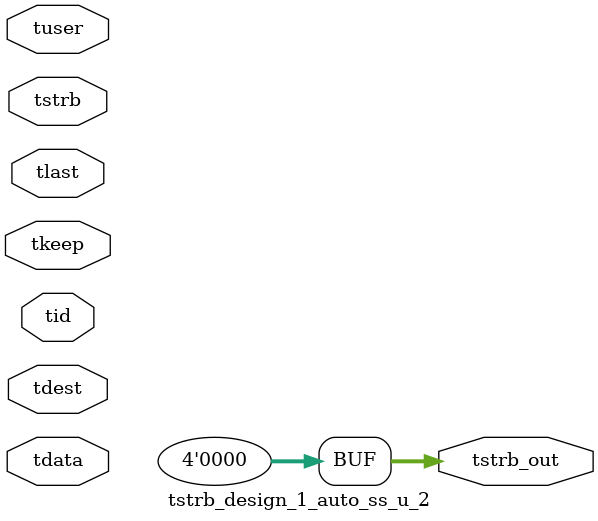
<source format=v>


`timescale 1ps/1ps

module tstrb_design_1_auto_ss_u_2 #
(
parameter C_S_AXIS_TDATA_WIDTH = 32,
parameter C_S_AXIS_TUSER_WIDTH = 0,
parameter C_S_AXIS_TID_WIDTH   = 0,
parameter C_S_AXIS_TDEST_WIDTH = 0,
parameter C_M_AXIS_TDATA_WIDTH = 32
)
(
input  [(C_S_AXIS_TDATA_WIDTH == 0 ? 1 : C_S_AXIS_TDATA_WIDTH)-1:0     ] tdata,
input  [(C_S_AXIS_TUSER_WIDTH == 0 ? 1 : C_S_AXIS_TUSER_WIDTH)-1:0     ] tuser,
input  [(C_S_AXIS_TID_WIDTH   == 0 ? 1 : C_S_AXIS_TID_WIDTH)-1:0       ] tid,
input  [(C_S_AXIS_TDEST_WIDTH == 0 ? 1 : C_S_AXIS_TDEST_WIDTH)-1:0     ] tdest,
input  [(C_S_AXIS_TDATA_WIDTH/8)-1:0 ] tkeep,
input  [(C_S_AXIS_TDATA_WIDTH/8)-1:0 ] tstrb,
input                                                                    tlast,
output [(C_M_AXIS_TDATA_WIDTH/8)-1:0 ] tstrb_out
);

assign tstrb_out = {1'b0};

endmodule


</source>
